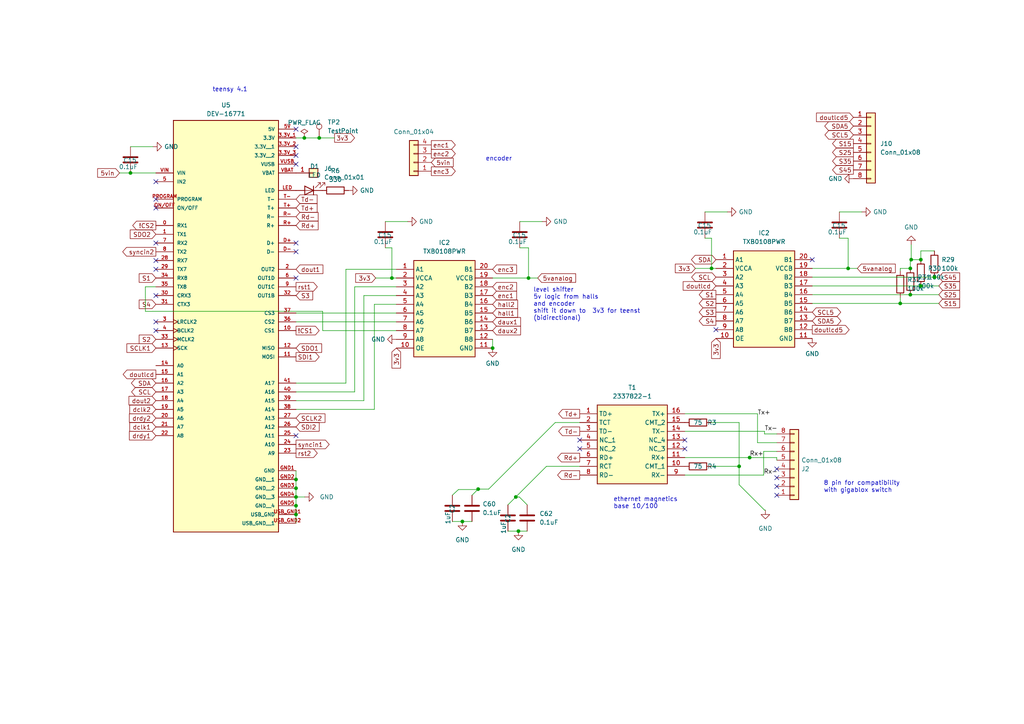
<source format=kicad_sch>
(kicad_sch (version 20230121) (generator eeschema)
  (paper "A4")
  (lib_symbols
    (symbol "BestMagnetic:HX1188FNLT"
      (property "Reference" "T" (at 26.67 7.62 0))
      (property "Value" "HX1188FNLT" (at 26.67 5.08 0))
      (symbol "HX1188FNLT_1_1"
        (rectangle (start 5.08 2.54) (end 25.4 -20.32) (stroke (width 0.254)) (fill (type background)))
        (pin passive line (at 0 0 0) (length 5.08) (name "TD+") (number "1"))
        (pin passive line (at 30.48 -15.24 180) (length 5.08) (name "CMT_1") (number "10"))
        (pin passive line (at 30.48 -12.7 180) (length 5.08) (name "RX+") (number "11"))
        (pin passive line (at 30.48 -10.16 180) (length 5.08) (name "NC_3") (number "12"))
        (pin passive line (at 30.48 -7.62 180) (length 5.08) (name "NC_4") (number "13"))
        (pin passive line (at 30.48 -5.08 180) (length 5.08) (name "TX-") (number "14"))
        (pin passive line (at 30.48 -2.54 180) (length 5.08) (name "CMT_2") (number "15"))
        (pin passive line (at 30.48 0 180) (length 5.08) (name "TX+") (number "16"))
        (pin passive line (at 0 -2.54 0) (length 5.08) (name "TCT") (number "2"))
        (pin passive line (at 0 -5.08 0) (length 5.08) (name "TD-") (number "3"))
        (pin passive line (at 0 -7.62 0) (length 5.08) (name "NC_1") (number "4"))
        (pin passive line (at 0 -10.16 0) (length 5.08) (name "NC_2") (number "5"))
        (pin passive line (at 0 -12.7 0) (length 5.08) (name "RD+") (number "6"))
        (pin passive line (at 0 -15.24 0) (length 5.08) (name "RCT") (number "7"))
        (pin passive line (at 0 -17.78 0) (length 5.08) (name "RD-") (number "8"))
        (pin passive line (at 30.48 -17.78 180) (length 5.08) (name "RX-") (number "9"))
      )
    )
    (symbol "Connector:TestPoint" (pin_numbers hide) (pin_names (offset 0.762) hide)
      (property "Reference" "TP" (at 0 6.858 0))
      (property "Value" "TestPoint" (at 0 5.08 0))
      (symbol "TestPoint_0_1"
        (circle (center 0 3.302) (radius 0.762))
      )
      (symbol "TestPoint_1_1"
        (pin passive line (at 0 0 90) (length 2.54) (name "1") (number "1"))
      )
    )
    (symbol "Connector_Generic:Conn_01x01" (pin_names (offset 1.016) hide)
      (property "Reference" "J" (at 0 2.54 0))
      (property "Value" "Conn_01x01" (at 0 -2.54 0))
      (symbol "Conn_01x01_1_1"
        (rectangle (start -1.27 0.127) (end 0 -0.127) (stroke (width 0.1524)))
        (rectangle (start -1.27 1.27) (end 1.27 -1.27) (stroke (width 0.254)) (fill (type background)))
        (pin passive line (at -5.08 0 0) (length 3.81) (name "Pin_1") (number "1"))
      )
    )
    (symbol "Connector_Generic:Conn_01x04" (pin_names (offset 1.016) hide)
      (property "Reference" "J" (at 0 5.08 0))
      (property "Value" "Conn_01x04" (at 0 -7.62 0))
      (symbol "Conn_01x04_1_1"
        (rectangle (start -1.27 -4.953) (end 0 -5.207) (stroke (width 0.1524)))
        (rectangle (start -1.27 -2.413) (end 0 -2.667) (stroke (width 0.1524)))
        (rectangle (start -1.27 0.127) (end 0 -0.127) (stroke (width 0.1524)))
        (rectangle (start -1.27 2.667) (end 0 2.413) (stroke (width 0.1524)))
        (rectangle (start -1.27 3.81) (end 1.27 -6.35) (stroke (width 0.254)) (fill (type background)))
        (pin passive line (at -5.08 2.54 0) (length 3.81) (name "Pin_1") (number "1"))
        (pin passive line (at -5.08 0 0) (length 3.81) (name "Pin_2") (number "2"))
        (pin passive line (at -5.08 -2.54 0) (length 3.81) (name "Pin_3") (number "3"))
        (pin passive line (at -5.08 -5.08 0) (length 3.81) (name "Pin_4") (number "4"))
      )
    )
    (symbol "Connector_Generic:Conn_01x08" (pin_names (offset 1.016) hide)
      (property "Reference" "J" (at 0 10.16 0))
      (property "Value" "Conn_01x08" (at 0 -12.7 0))
      (symbol "Conn_01x08_1_1"
        (rectangle (start -1.27 -10.033) (end 0 -10.287) (stroke (width 0.1524)))
        (rectangle (start -1.27 -7.493) (end 0 -7.747) (stroke (width 0.1524)))
        (rectangle (start -1.27 -4.953) (end 0 -5.207) (stroke (width 0.1524)))
        (rectangle (start -1.27 -2.413) (end 0 -2.667) (stroke (width 0.1524)))
        (rectangle (start -1.27 0.127) (end 0 -0.127) (stroke (width 0.1524)))
        (rectangle (start -1.27 2.667) (end 0 2.413) (stroke (width 0.1524)))
        (rectangle (start -1.27 5.207) (end 0 4.953) (stroke (width 0.1524)))
        (rectangle (start -1.27 7.747) (end 0 7.493) (stroke (width 0.1524)))
        (rectangle (start -1.27 8.89) (end 1.27 -11.43) (stroke (width 0.254)) (fill (type background)))
        (pin passive line (at -5.08 7.62 0) (length 3.81) (name "Pin_1") (number "1"))
        (pin passive line (at -5.08 5.08 0) (length 3.81) (name "Pin_2") (number "2"))
        (pin passive line (at -5.08 2.54 0) (length 3.81) (name "Pin_3") (number "3"))
        (pin passive line (at -5.08 0 0) (length 3.81) (name "Pin_4") (number "4"))
        (pin passive line (at -5.08 -2.54 0) (length 3.81) (name "Pin_5") (number "5"))
        (pin passive line (at -5.08 -5.08 0) (length 3.81) (name "Pin_6") (number "6"))
        (pin passive line (at -5.08 -7.62 0) (length 3.81) (name "Pin_7") (number "7"))
        (pin passive line (at -5.08 -10.16 0) (length 3.81) (name "Pin_8") (number "8"))
      )
    )
    (symbol "Device:C" (pin_numbers hide) (pin_names (offset 0.254))
      (property "Reference" "C" (at 0.635 2.54 0))
      (property "Value" "C" (at 0.635 -2.54 0))
      (symbol "C_0_1"
        (polyline (pts (xy -2.032 -0.762) (xy 2.032 -0.762)) (stroke (width 0.508)))
        (polyline (pts (xy -2.032 0.762) (xy 2.032 0.762)) (stroke (width 0.508)))
      )
      (symbol "C_1_1"
        (pin passive line (at 0 3.81 270) (length 2.794) (name "~") (number "1"))
        (pin passive line (at 0 -3.81 90) (length 2.794) (name "~") (number "2"))
      )
    )
    (symbol "Device:LED" (pin_numbers hide) (pin_names (offset 1.016) hide)
      (property "Reference" "D" (at 0 2.54 0))
      (property "Value" "LED" (at 0 -2.54 0))
      (symbol "LED_0_1"
        (polyline (pts (xy -1.27 -1.27) (xy -1.27 1.27)) (stroke (width 0.254)))
        (polyline (pts (xy -1.27 0) (xy 1.27 0)))
        (polyline (pts (xy 1.27 -1.27) (xy 1.27 1.27) (xy -1.27 0) (xy 1.27 -1.27)) (stroke (width 0.254)))
        (polyline (pts (xy -3.048 -0.762) (xy -4.572 -2.286) (xy -3.81 -2.286) (xy -4.572 -2.286) (xy -4.572 -1.524)))
        (polyline (pts (xy -1.778 -0.762) (xy -3.302 -2.286) (xy -2.54 -2.286) (xy -3.302 -2.286) (xy -3.302 -1.524)))
      )
      (symbol "LED_1_1"
        (pin passive line (at -3.81 0 0) (length 2.54) (name "K") (number "1"))
        (pin passive line (at 3.81 0 180) (length 2.54) (name "A") (number "2"))
      )
    )
    (symbol "Device:R" (pin_numbers hide) (pin_names (offset 0))
      (property "Reference" "R" (at 2.032 0 90))
      (property "Value" "R" (at 0 0 90))
      (symbol "R_0_1"
        (rectangle (start -1.016 -2.54) (end 1.016 2.54) (stroke (width 0.254)))
      )
      (symbol "R_1_1"
        (pin passive line (at 0 3.81 270) (length 1.27) (name "~") (number "1"))
        (pin passive line (at 0 -3.81 90) (length 1.27) (name "~") (number "2"))
      )
    )
    (symbol "mainbox:DEV-16771" (pin_names (offset 1.016))
      (property "Reference" "U5" (at 0 55.245 0))
      (property "Value" "DEV-16771" (at 0 52.705 0))
      (symbol "DEV-16771_0_0"
        (rectangle (start -15.24 -68.58) (end 15.24 50.8) (stroke (width 0.254)) (fill (type background)))
        (pin bidirectional line (at -20.32 20.32 0) (length 5.08) (name "RX1") (number "0"))
        (pin bidirectional line (at -20.32 17.78 0) (length 5.08) (name "TX1") (number "1"))
        (pin bidirectional line (at 20.32 -10.16 180) (length 5.08) (name "CS1") (number "10"))
        (pin bidirectional line (at 20.32 -17.78 180) (length 5.08) (name "MOSI") (number "11"))
        (pin bidirectional line (at 20.32 -15.24 180) (length 5.08) (name "MISO") (number "12"))
        (pin bidirectional clock (at -20.32 -15.24 0) (length 5.08) (name "SCK") (number "13"))
        (pin bidirectional line (at -20.32 -20.32 0) (length 5.08) (name "A0") (number "14"))
        (pin bidirectional line (at -20.32 -22.86 0) (length 5.08) (name "A1") (number "15"))
        (pin bidirectional line (at -20.32 -25.4 0) (length 5.08) (name "A2") (number "16"))
        (pin bidirectional line (at -20.32 -27.94 0) (length 5.08) (name "A3") (number "17"))
        (pin bidirectional line (at -20.32 -30.48 0) (length 5.08) (name "A4") (number "18"))
        (pin bidirectional line (at -20.32 -33.02 0) (length 5.08) (name "A5") (number "19"))
        (pin output line (at 20.32 7.62 180) (length 5.08) (name "OUT2") (number "2"))
        (pin bidirectional line (at -20.32 -35.56 0) (length 5.08) (name "A6") (number "20"))
        (pin bidirectional line (at -20.32 -38.1 0) (length 5.08) (name "A7") (number "21"))
        (pin bidirectional line (at -20.32 -40.64 0) (length 5.08) (name "A8") (number "22"))
        (pin bidirectional line (at 20.32 -45.72 180) (length 5.08) (name "A9") (number "23"))
        (pin bidirectional line (at 20.32 -43.18 180) (length 5.08) (name "A10") (number "24"))
        (pin bidirectional line (at 20.32 -40.64 180) (length 5.08) (name "A11") (number "25"))
        (pin bidirectional line (at 20.32 -38.1 180) (length 5.08) (name "A12") (number "26"))
        (pin bidirectional line (at 20.32 -35.56 180) (length 5.08) (name "A13") (number "27"))
        (pin bidirectional line (at -20.32 10.16 0) (length 5.08) (name "RX7") (number "28"))
        (pin bidirectional line (at -20.32 7.62 0) (length 5.08) (name "TX7") (number "29"))
        (pin bidirectional clock (at -20.32 -7.62 0) (length 5.08) (name "LRCLK2") (number "3"))
        (pin power_in line (at 20.32 45.72 180) (length 5.08) (name "3.3V") (number "3.3V_1"))
        (pin power_in line (at 20.32 43.18 180) (length 5.08) (name "3.3V__1") (number "3.3V_2"))
        (pin power_in line (at 20.32 40.64 180) (length 5.08) (name "3.3V__2") (number "3.3V_3"))
        (pin bidirectional line (at -20.32 0 0) (length 5.08) (name "CRX3") (number "30"))
        (pin bidirectional line (at -20.32 -2.54 0) (length 5.08) (name "CTX3") (number "31"))
        (pin output line (at 20.32 0 180) (length 5.08) (name "OUT1B") (number "32"))
        (pin bidirectional clock (at -20.32 -12.7 0) (length 5.08) (name "MCLK2") (number "33"))
        (pin bidirectional line (at -20.32 5.08 0) (length 5.08) (name "RX8") (number "34"))
        (pin bidirectional line (at -20.32 2.54 0) (length 5.08) (name "TX8") (number "35"))
        (pin bidirectional line (at 20.32 -7.62 180) (length 5.08) (name "CS2") (number "36"))
        (pin bidirectional line (at 20.32 -5.08 180) (length 5.08) (name "CS3") (number "37"))
        (pin bidirectional line (at 20.32 -33.02 180) (length 5.08) (name "A14") (number "38"))
        (pin bidirectional line (at 20.32 -30.48 180) (length 5.08) (name "A15") (number "39"))
        (pin bidirectional clock (at -20.32 -10.16 0) (length 5.08) (name "BCLK2") (number "4"))
        (pin bidirectional line (at 20.32 -27.94 180) (length 5.08) (name "A16") (number "40"))
        (pin bidirectional line (at 20.32 -25.4 180) (length 5.08) (name "A17") (number "41"))
        (pin bidirectional line (at -20.32 33.02 0) (length 5.08) (name "IN2") (number "5"))
        (pin power_in line (at 20.32 48.26 180) (length 5.08) (name "5V") (number "5V"))
        (pin output line (at 20.32 5.08 180) (length 5.08) (name "OUT1D") (number "6"))
        (pin bidirectional line (at -20.32 15.24 0) (length 5.08) (name "RX2") (number "7"))
        (pin bidirectional line (at -20.32 12.7 0) (length 5.08) (name "TX2") (number "8"))
        (pin output line (at 20.32 2.54 180) (length 5.08) (name "OUT1C") (number "9"))
        (pin bidirectional line (at 20.32 15.24 180) (length 5.08) (name "D+") (number "D+"))
        (pin bidirectional line (at 20.32 12.7 180) (length 5.08) (name "D-") (number "D-"))
        (pin power_in line (at 20.32 -50.8 180) (length 5.08) (name "GND") (number "GND1"))
        (pin power_in line (at 20.32 -53.34 180) (length 5.08) (name "GND__1") (number "GND2"))
        (pin power_in line (at 20.32 -55.88 180) (length 5.08) (name "GND__2") (number "GND3"))
        (pin power_in line (at 20.32 -58.42 180) (length 5.08) (name "GND__3") (number "GND4"))
        (pin power_in line (at 20.32 -60.96 180) (length 5.08) (name "GND__4") (number "GND5"))
        (pin bidirectional line (at 20.32 30.48 180) (length 5.08) (name "LED") (number "LED"))
        (pin bidirectional line (at -20.32 25.4 0) (length 5.08) (name "ON/OFF") (number "ON/OFF"))
        (pin bidirectional line (at -20.32 27.94 0) (length 5.08) (name "PROGRAM") (number "PROGRAM"))
        (pin bidirectional line (at 20.32 20.32 180) (length 5.08) (name "R+") (number "R+"))
        (pin bidirectional line (at 20.32 22.86 180) (length 5.08) (name "R-") (number "R-"))
        (pin bidirectional line (at 20.32 25.4 180) (length 5.08) (name "T+") (number "T+"))
        (pin bidirectional line (at 20.32 27.94 180) (length 5.08) (name "T-") (number "T-"))
        (pin power_in line (at 20.32 -63.5 180) (length 5.08) (name "USB_GND") (number "USB_GND1"))
        (pin power_in line (at 20.32 -66.04 180) (length 5.08) (name "USB_GND__1") (number "USB_GND2"))
        (pin passive line (at 20.32 35.56 180) (length 5.08) (name "VBAT") (number "VBAT"))
        (pin input line (at -20.32 35.56 0) (length 5.08) (name "VIN") (number "VIN"))
        (pin passive line (at 20.32 38.1 180) (length 5.08) (name "VUSB") (number "VUSB"))
      )
    )
    (symbol "mainbox:TXB0108PWR"
      (property "Reference" "IC" (at 24.13 7.62 0))
      (property "Value" "TXB0108PWR" (at 24.13 5.08 0))
      (symbol "TXB0108PWR_1_1"
        (rectangle (start 5.08 2.54) (end 22.86 -25.4) (stroke (width 0.254)) (fill (type background)))
        (pin passive line (at 0 0 0) (length 5.08) (name "A1") (number "1"))
        (pin passive line (at 0 -22.86 0) (length 5.08) (name "OE") (number "10"))
        (pin passive line (at 27.94 -22.86 180) (length 5.08) (name "GND") (number "11"))
        (pin passive line (at 27.94 -20.32 180) (length 5.08) (name "B8") (number "12"))
        (pin passive line (at 27.94 -17.78 180) (length 5.08) (name "B7") (number "13"))
        (pin passive line (at 27.94 -15.24 180) (length 5.08) (name "B6") (number "14"))
        (pin passive line (at 27.94 -12.7 180) (length 5.08) (name "B5") (number "15"))
        (pin passive line (at 27.94 -10.16 180) (length 5.08) (name "B4") (number "16"))
        (pin passive line (at 27.94 -7.62 180) (length 5.08) (name "B3") (number "17"))
        (pin passive line (at 27.94 -5.08 180) (length 5.08) (name "B2") (number "18"))
        (pin passive line (at 27.94 -2.54 180) (length 5.08) (name "VCCB") (number "19"))
        (pin passive line (at 0 -2.54 0) (length 5.08) (name "VCCA") (number "2"))
        (pin passive line (at 27.94 0 180) (length 5.08) (name "B1") (number "20"))
        (pin passive line (at 0 -5.08 0) (length 5.08) (name "A2") (number "3"))
        (pin passive line (at 0 -7.62 0) (length 5.08) (name "A3") (number "4"))
        (pin passive line (at 0 -10.16 0) (length 5.08) (name "A4") (number "5"))
        (pin passive line (at 0 -12.7 0) (length 5.08) (name "A5") (number "6"))
        (pin passive line (at 0 -15.24 0) (length 5.08) (name "A6") (number "7"))
        (pin passive line (at 0 -17.78 0) (length 5.08) (name "A7") (number "8"))
        (pin passive line (at 0 -20.32 0) (length 5.08) (name "A8") (number "9"))
      )
    )
    (symbol "power:GND" (power) (pin_names (offset 0))
      (property "Value" "GND" (at 0 -3.81 0))
      (symbol "GND_0_1"
        (polyline (pts (xy 0 0) (xy 0 -1.27) (xy 1.27 -1.27) (xy 0 -2.54) (xy -1.27 -1.27) (xy 0 -1.27)))
      )
      (symbol "GND_1_1"
        (pin power_in line (at 0 0 270) (length 0) hide (name "GND") (number "1"))
      )
    )
    (symbol "power:PWR_FLAG" (power) (pin_numbers hide) (pin_names (offset 0) hide)
      (property "Value" "PWR_FLAG" (at 0 3.81 0))
      (symbol "PWR_FLAG_0_0"
        (pin power_out line (at 0 0 90) (length 0) (name "pwr") (number "1"))
      )
      (symbol "PWR_FLAG_0_1"
        (polyline (pts (xy 0 0) (xy 0 1.27) (xy -1.016 1.905) (xy 0 2.54) (xy 1.016 1.905) (xy 0 1.27)))
      )
    )
  )
  (junction (at 267.081 75.311))
  (junction (at 138.684 141.859))
  (junction (at 92.583 40.005))
  (junction (at 85.852 146.685))
  (junction (at 85.852 141.605))
  (junction (at 214.376 135.255))
  (junction (at 206.375 77.851))
  (junction (at 271.018 80.391))
  (junction (at 261.112 88.011))
  (junction (at 153.289 80.645))
  (junction (at 267.081 82.931))
  (junction (at 264.033 85.471))
  (junction (at 264.287 75.311))
  (junction (at 149.606 144.145))
  (junction (at 245.999 77.851))
  (junction (at 85.852 139.065))
  (junction (at 85.852 144.145))
  (junction (at 37.846 50.165))
  (junction (at 264.033 77.851))
  (junction (at 150.368 154.051))
  (junction (at 113.665 80.645))
  (junction (at 88.265 40.005))
  (junction (at 85.852 149.225))
  (junction (at 217.424 132.715))
  (junction (at 142.875 100.965))
  (junction (at 134.112 151.257))
  (no_connect (at 225.298 136.017))
  (no_connect (at 45.212 57.785))
  (no_connect (at 45.212 85.725))
  (no_connect (at 85.852 70.485))
  (no_connect (at 85.852 73.025))
  (no_connect (at 45.212 78.105))
  (no_connect (at 85.852 37.465))
  (no_connect (at 235.585 75.311))
  (no_connect (at 168.148 127.635))
  (no_connect (at 45.212 95.885))
  (no_connect (at 168.148 130.175))
  (no_connect (at 207.645 95.631))
  (no_connect (at 198.628 130.175))
  (no_connect (at 85.852 42.545))
  (no_connect (at 225.298 141.097))
  (no_connect (at 45.212 75.565))
  (no_connect (at 45.212 70.485))
  (no_connect (at 85.852 80.645))
  (no_connect (at 45.212 52.705))
  (no_connect (at 198.628 127.635))
  (no_connect (at 225.298 138.557))
  (no_connect (at 85.852 126.365))
  (no_connect (at 225.298 143.637))
  (no_connect (at 45.212 60.325))
  (no_connect (at 45.212 93.345))
  (no_connect (at 85.852 45.085))
  (no_connect (at 85.852 47.625))
  (wire (pts (xy 217.424 132.588) (xy 217.424 132.715)))
  (wire (pts (xy 198.628 132.715) (xy 217.424 132.715)))
  (wire (pts (xy 93.599 90.297) (xy 42.164 90.297)))
  (wire (pts (xy 267.081 82.931) (xy 272.288 82.931)))
  (wire (pts (xy 271.018 80.391) (xy 272.288 80.391)))
  (wire (pts (xy 264.033 75.311) (xy 264.287 75.311)))
  (wire (pts (xy 114.935 83.185) (xy 102.87 83.185)))
  (wire (pts (xy 198.628 137.795) (xy 221.488 137.795)))
  (wire (pts (xy 131.191 151.257) (xy 134.112 151.257)))
  (wire (pts (xy 221.488 130.937) (xy 225.298 130.937)))
  (wire (pts (xy 261.112 88.011) (xy 272.288 88.011)))
  (wire (pts (xy 138.684 141.859) (xy 136.906 143.637)))
  (wire (pts (xy 45.212 83.185) (xy 42.164 83.185)))
  (wire (pts (xy 225.298 125.857) (xy 221.742 125.857)))
  (wire (pts (xy 142.875 80.645) (xy 153.289 80.645)))
  (wire (pts (xy 147.32 146.431) (xy 149.606 144.145)))
  (wire (pts (xy 261.112 77.851) (xy 264.033 77.851)))
  (wire (pts (xy 206.375 77.851) (xy 207.645 77.851)))
  (wire (pts (xy 150.749 71.882) (xy 153.289 71.882)))
  (wire (pts (xy 219.71 128.397) (xy 225.298 128.397)))
  (wire (pts (xy 221.742 125.095) (xy 198.628 125.095)))
  (wire (pts (xy 97.028 40.005) (xy 92.583 40.005)))
  (wire (pts (xy 214.376 122.555) (xy 214.376 135.255)))
  (wire (pts (xy 243.459 61.468) (xy 249.936 61.468)))
  (wire (pts (xy 102.87 83.185) (xy 102.87 113.665)))
  (wire (pts (xy 245.999 77.851) (xy 245.999 69.088)))
  (wire (pts (xy 221.742 125.095) (xy 221.742 125.857)))
  (wire (pts (xy 153.289 80.645) (xy 155.956 80.645)))
  (wire (pts (xy 111.76 71.882) (xy 113.665 71.882)))
  (wire (pts (xy 168.148 122.555) (xy 161.036 122.555)))
  (wire (pts (xy 204.47 69.088) (xy 206.375 69.088)))
  (wire (pts (xy 221.742 147.955) (xy 221.996 147.955)))
  (wire (pts (xy 132.969 141.986) (xy 138.684 141.986)))
  (wire (pts (xy 235.585 77.851) (xy 245.999 77.851)))
  (wire (pts (xy 235.585 82.931) (xy 267.081 82.931)))
  (wire (pts (xy 85.852 136.525) (xy 85.852 139.065)))
  (wire (pts (xy 198.628 120.015) (xy 219.71 120.015)))
  (wire (pts (xy 264.287 70.993) (xy 264.287 75.311)))
  (wire (pts (xy 245.999 77.851) (xy 248.666 77.851)))
  (wire (pts (xy 142.875 98.425) (xy 142.875 100.965)))
  (wire (pts (xy 34.671 50.165) (xy 37.846 50.165)))
  (wire (pts (xy 214.376 140.589) (xy 221.742 147.955)))
  (wire (pts (xy 147.32 154.051) (xy 150.368 154.051)))
  (wire (pts (xy 138.684 141.986) (xy 138.684 141.859)))
  (wire (pts (xy 206.375 77.851) (xy 206.375 69.088)))
  (wire (pts (xy 100.33 111.125) (xy 85.852 111.125)))
  (wire (pts (xy 114.935 88.265) (xy 108.585 88.265)))
  (wire (pts (xy 138.684 141.859) (xy 141.732 141.859)))
  (wire (pts (xy 42.164 83.185) (xy 42.164 90.297)))
  (wire (pts (xy 141.732 141.859) (xy 161.036 122.555)))
  (wire (pts (xy 149.606 144.145) (xy 158.496 135.255)))
  (wire (pts (xy 92.583 40.005) (xy 88.265 40.005)))
  (wire (pts (xy 37.846 50.165) (xy 45.212 50.165)))
  (wire (pts (xy 217.424 132.715) (xy 225.298 132.715)))
  (wire (pts (xy 243.459 69.088) (xy 245.999 69.088)))
  (wire (pts (xy 134.112 151.257) (xy 136.906 151.257)))
  (wire (pts (xy 214.376 135.255) (xy 214.376 140.589)))
  (wire (pts (xy 113.665 80.645) (xy 114.935 80.645)))
  (wire (pts (xy 235.585 85.471) (xy 264.033 85.471)))
  (wire (pts (xy 264.033 85.471) (xy 272.288 85.471)))
  (wire (pts (xy 85.852 149.225) (xy 85.852 151.765)))
  (wire (pts (xy 235.585 88.011) (xy 261.112 88.011)))
  (wire (pts (xy 105.537 116.205) (xy 85.852 116.205)))
  (wire (pts (xy 267.081 75.311) (xy 267.081 72.771)))
  (wire (pts (xy 85.852 144.145) (xy 88.392 144.145)))
  (wire (pts (xy 100.33 78.105) (xy 100.33 111.125)))
  (wire (pts (xy 153.289 80.645) (xy 153.289 71.882)))
  (wire (pts (xy 225.298 132.715) (xy 225.298 133.477)))
  (wire (pts (xy 235.585 80.391) (xy 271.018 80.391)))
  (wire (pts (xy 85.852 139.065) (xy 85.852 141.605)))
  (wire (pts (xy 114.935 95.885) (xy 93.599 95.885)))
  (wire (pts (xy 267.081 72.771) (xy 271.018 72.771)))
  (wire (pts (xy 105.537 85.725) (xy 105.537 116.205)))
  (wire (pts (xy 88.265 40.005) (xy 85.852 40.005)))
  (wire (pts (xy 85.852 144.145) (xy 85.852 146.685)))
  (wire (pts (xy 85.852 90.805) (xy 114.935 90.805)))
  (wire (pts (xy 114.935 78.105) (xy 100.33 78.105)))
  (wire (pts (xy 261.112 86.233) (xy 261.112 88.011)))
  (wire (pts (xy 204.47 61.468) (xy 210.947 61.468)))
  (wire (pts (xy 150.368 154.051) (xy 152.908 154.051)))
  (wire (pts (xy 150.749 64.262) (xy 157.226 64.262)))
  (wire (pts (xy 132.969 141.986) (xy 131.191 143.637)))
  (wire (pts (xy 219.71 120.015) (xy 219.71 128.397)))
  (wire (pts (xy 264.287 75.311) (xy 267.081 75.311)))
  (wire (pts (xy 108.585 88.265) (xy 108.585 118.745)))
  (wire (pts (xy 221.488 137.795) (xy 221.488 130.937)))
  (wire (pts (xy 102.87 113.665) (xy 85.852 113.665)))
  (wire (pts (xy 149.606 144.145) (xy 150.622 144.145)))
  (wire (pts (xy 150.622 144.145) (xy 152.908 146.431)))
  (wire (pts (xy 113.665 80.645) (xy 113.665 71.882)))
  (wire (pts (xy 168.148 135.255) (xy 158.496 135.255)))
  (wire (pts (xy 93.599 95.885) (xy 93.599 90.297)))
  (wire (pts (xy 261.112 78.613) (xy 261.112 77.851)))
  (wire (pts (xy 108.585 118.745) (xy 85.852 118.745)))
  (wire (pts (xy 108.966 80.645) (xy 113.665 80.645)))
  (wire (pts (xy 85.852 141.605) (xy 85.852 144.145)))
  (wire (pts (xy 114.935 85.725) (xy 105.537 85.725)))
  (wire (pts (xy 201.676 77.851) (xy 206.375 77.851)))
  (wire (pts (xy 85.852 146.685) (xy 85.852 149.225)))
  (wire (pts (xy 206.248 135.255) (xy 214.376 135.255)))
  (wire (pts (xy 264.033 77.851) (xy 264.033 75.311)))
  (wire (pts (xy 37.846 42.545) (xy 44.323 42.545)))
  (wire (pts (xy 111.76 64.262) (xy 118.237 64.262)))
  (wire (pts (xy 85.852 93.345) (xy 114.935 93.345)))
  (wire (pts (xy 206.248 122.555) (xy 214.376 122.555)))
  (text "encoder" (at 140.843 46.863 0) (effects (font (size 1.27 1.27)) (justify left bottom)))
  (text "level shifter\n5v logic from halls\nand encoder\nshift it down to  3v3 for teenst\n(bidirectional)" (at 154.686 93.091 0) (effects (font (size 1.27 1.27)) (justify left bottom)))
  (text "8 pin for compatibility\nwith gigablox switch" (at 238.887 143.002 0) (effects (font (size 1.27 1.27)) (justify left bottom)))
  (text "teensy 4.1" (at 61.595 26.797 0) (effects (font (size 1.27 1.27)) (justify left bottom)))
  (text "ethernet magnetics\nbase 10/100" (at 177.927 147.701 0) (effects (font (size 1.27 1.27)) (justify left bottom)))
  (label "Rx+" (at 217.424 132.588 0))
  (label "Tx+" (at 219.71 120.65 0))
  (label "Tx-" (at 221.742 125.222 0))
  (label "Rx-" (at 221.488 137.795 0))
  (global_label "Td+" (shape output) (at 168.148 120.015 180) (property "Intersheetrefs" "${INTERSHEET_REFS}" (effects hide)))
  (global_label "daux2" (shape input) (at 142.875 95.885 0) (property "Intersheetrefs" "${INTERSHEET_REFS}" (effects hide)))
  (global_label "S3" (shape output) (at 207.645 90.551 180) (property "Intersheetrefs" "${INTERSHEET_REFS}" (effects hide)))
  (global_label "SDA5" (shape bidirectional) (at 247.523 36.576 180) (property "Intersheetrefs" "${INTERSHEET_REFS}" (effects hide)))
  (global_label "SDO1" (shape input) (at 85.852 100.965 0) (property "Intersheetrefs" "${INTERSHEET_REFS}" (effects hide)))
  (global_label "SDO2" (shape input) (at 45.212 67.945 180) (property "Intersheetrefs" "${INTERSHEET_REFS}" (effects hide)))
  (global_label "S4" (shape input) (at 45.212 88.265 180) (property "Intersheetrefs" "${INTERSHEET_REFS}" (effects hide)))
  (global_label "SCL" (shape bidirectional) (at 45.212 113.665 180) (property "Intersheetrefs" "${INTERSHEET_REFS}" (effects hide)))
  (global_label "S25" (shape input) (at 272.288 85.471 0) (property "Intersheetrefs" "${INTERSHEET_REFS}" (effects hide)))
  (global_label "SDA5" (shape bidirectional) (at 235.585 93.091 0) (property "Intersheetrefs" "${INTERSHEET_REFS}" (effects hide)))
  (global_label "doutlcd5" (shape output) (at 235.585 95.631 0) (property "Intersheetrefs" "${INTERSHEET_REFS}" (effects hide)))
  (global_label "hall2" (shape input) (at 142.875 88.265 0) (property "Intersheetrefs" "${INTERSHEET_REFS}" (effects hide)))
  (global_label "daux1" (shape input) (at 142.875 93.345 0) (property "Intersheetrefs" "${INTERSHEET_REFS}" (effects hide)))
  (global_label "dclk2" (shape input) (at 45.212 118.745 180) (property "Intersheetrefs" "${INTERSHEET_REFS}" (effects hide)))
  (global_label "doutlcd" (shape input) (at 207.645 82.931 180) (property "Intersheetrefs" "${INTERSHEET_REFS}" (effects hide)))
  (global_label "5vin" (shape input) (at 125.095 47.117 0) (property "Intersheetrefs" "${INTERSHEET_REFS}" (effects hide)))
  (global_label "dout2" (shape input) (at 45.212 116.205 180) (property "Intersheetrefs" "${INTERSHEET_REFS}" (effects hide)))
  (global_label "SDI2" (shape input) (at 85.852 123.825 0) (property "Intersheetrefs" "${INTERSHEET_REFS}" (effects hide)))
  (global_label "SDI1" (shape output) (at 85.852 103.505 0) (property "Intersheetrefs" "${INTERSHEET_REFS}" (effects hide)))
  (global_label "Td-" (shape output) (at 168.148 125.095 180) (property "Intersheetrefs" "${INTERSHEET_REFS}" (effects hide)))
  (global_label "5vanalog" (shape input) (at 248.666 77.851 0) (property "Intersheetrefs" "${INTERSHEET_REFS}" (effects hide)))
  (global_label "SCL5" (shape bidirectional) (at 235.585 90.551 0) (property "Intersheetrefs" "${INTERSHEET_REFS}" (effects hide)))
  (global_label "enc2" (shape input) (at 142.875 83.185 0) (property "Intersheetrefs" "${INTERSHEET_REFS}" (effects hide)))
  (global_label "S1" (shape input) (at 45.212 80.645 180) (property "Intersheetrefs" "${INTERSHEET_REFS}" (effects hide)))
  (global_label "S2" (shape output) (at 207.645 88.011 180) (property "Intersheetrefs" "${INTERSHEET_REFS}" (effects hide)))
  (global_label "SDA" (shape bidirectional) (at 207.645 75.311 180) (property "Intersheetrefs" "${INTERSHEET_REFS}" (effects hide)))
  (global_label "rst1" (shape output) (at 85.852 83.185 0) (property "Intersheetrefs" "${INTERSHEET_REFS}" (effects hide)))
  (global_label "S3" (shape input) (at 85.852 85.725 0) (property "Intersheetrefs" "${INTERSHEET_REFS}" (effects hide)))
  (global_label "S15" (shape input) (at 272.288 88.011 0) (property "Intersheetrefs" "${INTERSHEET_REFS}" (effects hide)))
  (global_label "S45" (shape output) (at 247.523 49.276 180) (property "Intersheetrefs" "${INTERSHEET_REFS}" (effects hide)))
  (global_label "3v3" (shape output) (at 97.028 40.005 0) (property "Intersheetrefs" "${INTERSHEET_REFS}" (effects hide)))
  (global_label "SDA" (shape bidirectional) (at 45.212 111.125 180) (property "Intersheetrefs" "${INTERSHEET_REFS}" (effects hide)))
  (global_label "SCLK2" (shape input) (at 85.852 121.285 0) (property "Intersheetrefs" "${INTERSHEET_REFS}" (effects hide)))
  (global_label "drdy1" (shape input) (at 45.212 126.365 180) (property "Intersheetrefs" "${INTERSHEET_REFS}" (effects hide)))
  (global_label "enc3" (shape input) (at 142.875 78.105 0) (property "Intersheetrefs" "${INTERSHEET_REFS}" (effects hide)))
  (global_label "Td+" (shape input) (at 85.852 60.325 0) (property "Intersheetrefs" "${INTERSHEET_REFS}" (effects hide)))
  (global_label "S35" (shape input) (at 272.288 82.931 0) (property "Intersheetrefs" "${INTERSHEET_REFS}" (effects hide)))
  (global_label "syncin2" (shape output) (at 45.212 73.025 180) (property "Intersheetrefs" "${INTERSHEET_REFS}" (effects hide)))
  (global_label "Rd-" (shape input) (at 85.852 62.865 0) (property "Intersheetrefs" "${INTERSHEET_REFS}" (effects hide)))
  (global_label "hall1" (shape input) (at 142.875 90.805 0) (property "Intersheetrefs" "${INTERSHEET_REFS}" (effects hide)))
  (global_label "dclk1" (shape input) (at 45.212 123.825 180) (property "Intersheetrefs" "${INTERSHEET_REFS}" (effects hide)))
  (global_label "Rd+" (shape input) (at 85.852 65.405 0) (property "Intersheetrefs" "${INTERSHEET_REFS}" (effects hide)))
  (global_label "dout1" (shape input) (at 85.852 78.105 0) (property "Intersheetrefs" "${INTERSHEET_REFS}" (effects hide)))
  (global_label "Rd+" (shape output) (at 168.148 132.715 180) (property "Intersheetrefs" "${INTERSHEET_REFS}" (effects hide)))
  (global_label "doutlcd" (shape output) (at 45.212 108.585 180) (property "Intersheetrefs" "${INTERSHEET_REFS}" (effects hide)))
  (global_label "enc2" (shape output) (at 125.095 44.577 0) (property "Intersheetrefs" "${INTERSHEET_REFS}" (effects hide)))
  (global_label "5vanalog" (shape input) (at 155.956 80.645 0) (property "Intersheetrefs" "${INTERSHEET_REFS}" (effects hide)))
  (global_label "S45" (shape input) (at 272.288 80.391 0) (property "Intersheetrefs" "${INTERSHEET_REFS}" (effects hide)))
  (global_label "5vin" (shape input) (at 34.671 50.165 180) (property "Intersheetrefs" "${INTERSHEET_REFS}" (effects hide)))
  (global_label "drdy2" (shape input) (at 45.212 121.285 180) (property "Intersheetrefs" "${INTERSHEET_REFS}" (effects hide)))
  (global_label "S15" (shape output) (at 247.523 41.656 180) (property "Intersheetrefs" "${INTERSHEET_REFS}" (effects hide)))
  (global_label "3v3" (shape input) (at 114.935 100.965 270) (property "Intersheetrefs" "${INTERSHEET_REFS}" (effects hide)))
  (global_label "rst2" (shape output) (at 85.852 131.445 0) (property "Intersheetrefs" "${INTERSHEET_REFS}" (effects hide)))
  (global_label "S4" (shape output) (at 207.645 93.091 180) (property "Intersheetrefs" "${INTERSHEET_REFS}" (effects hide)))
  (global_label "3v3" (shape input) (at 201.676 77.851 180) (property "Intersheetrefs" "${INTERSHEET_REFS}" (effects hide)))
  (global_label "SCL" (shape bidirectional) (at 207.645 80.391 180) (property "Intersheetrefs" "${INTERSHEET_REFS}" (effects hide)))
  (global_label "enc3" (shape output) (at 125.095 49.657 0) (property "Intersheetrefs" "${INTERSHEET_REFS}" (effects hide)))
  (global_label "S1" (shape output) (at 207.645 85.471 180) (property "Intersheetrefs" "${INTERSHEET_REFS}" (effects hide)))
  (global_label "3v3" (shape input) (at 108.966 80.645 180) (property "Intersheetrefs" "${INTERSHEET_REFS}" (effects hide)))
  (global_label "!CS1" (shape output) (at 85.852 95.885 0) (property "Intersheetrefs" "${INTERSHEET_REFS}" (effects hide)))
  (global_label "S35" (shape output) (at 247.523 46.736 180) (property "Intersheetrefs" "${INTERSHEET_REFS}" (effects hide)))
  (global_label "Td-" (shape input) (at 85.852 57.785 0) (property "Intersheetrefs" "${INTERSHEET_REFS}" (effects hide)))
  (global_label "enc1" (shape output) (at 125.095 42.037 0) (property "Intersheetrefs" "${INTERSHEET_REFS}" (effects hide)))
  (global_label "SCL5" (shape bidirectional) (at 247.523 39.116 180) (property "Intersheetrefs" "${INTERSHEET_REFS}" (effects hide)))
  (global_label "S25" (shape output) (at 247.523 44.196 180) (property "Intersheetrefs" "${INTERSHEET_REFS}" (effects hide)))
  (global_label "syncin1" (shape output) (at 85.852 128.905 0) (property "Intersheetrefs" "${INTERSHEET_REFS}" (effects hide)))
  (global_label "doutlcd5" (shape input) (at 247.523 34.036 180) (property "Intersheetrefs" "${INTERSHEET_REFS}" (effects hide)))
  (global_label "enc1" (shape input) (at 142.875 85.725 0) (property "Intersheetrefs" "${INTERSHEET_REFS}" (effects hide)))
  (global_label "SCLK1" (shape input) (at 45.212 100.965 180) (property "Intersheetrefs" "${INTERSHEET_REFS}" (effects hide)))
  (global_label "3v3" (shape input) (at 207.645 98.171 270) (property "Intersheetrefs" "${INTERSHEET_REFS}" (effects hide)))
  (global_label "!CS2" (shape output) (at 45.212 65.405 180) (property "Intersheetrefs" "${INTERSHEET_REFS}" (effects hide)))
  (global_label "Rd-" (shape output) (at 168.148 137.795 180) (property "Intersheetrefs" "${INTERSHEET_REFS}" (effects hide)))
  (global_label "S2" (shape input) (at 45.212 98.425 180) (property "Intersheetrefs" "${INTERSHEET_REFS}" (effects hide)))
  (symbol (lib_id "Device:R") (at 264.033 81.661 0) (unit 1)
    (property "Reference" "R31" (at 266.065 80.391 0) (effects (justify left)))
    (property "Value" "100k" (at 266.065 82.931 0) (effects (justify left)))
    (property "Footprint" "Resistor_SMD:R_0603_1608Metric" (effects hide))
  )
  (symbol (lib_id "Device:C") (at 131.191 147.447 180) (unit 1)
    (property "Reference" "C2" (at 131.191 147.574 90))
    (property "Value" "1uF" (at 129.921 150.241 90))
    (property "Footprint" "Capacitor_SMD:C_0603_1608Metric" (effects hide))
    (instances (project "AD7768_breakout" (path "" (reference "C2") (unit 1))) (project "mainbox" (path "" (reference "C53") (unit 1)) (path "" (reference "C7") (unit 1))))
  )
  (symbol (lib_id "power:GND") (at 142.875 100.965 0) (unit 1)
    (property "Reference" "#PWR010" (effects hide))
    (property "Value" "GND" (at 142.875 105.41 0))
  )
  (symbol (lib_id "Device:LED") (at 89.662 55.245 180) (unit 1)
    (property "Reference" "D1" (at 91.2495 48.26 0))
    (property "Value" "LED" (at 91.2495 50.8 0))
    (property "Footprint" "LED_SMD:LED_0603_1608Metric" (effects hide))
  )
  (symbol (lib_id "Device:R") (at 267.081 79.121 0) (unit 1)
    (property "Reference" "R30" (at 269.113 77.851 0) (effects (justify left)))
    (property "Value" "100k" (at 269.113 80.391 0) (effects (justify left)))
    (property "Footprint" "Resistor_SMD:R_0603_1608Metric" (effects hide))
  )
  (symbol (lib_id "Connector_Generic:Conn_01x01") (at 90.932 50.165 0) (unit 1)
    (property "Reference" "J6" (at 93.98 48.895 0) (effects (justify left)))
    (property "Value" "Conn_01x01" (at 93.98 51.435 0) (effects (justify left)))
    (property "Footprint" "Connector_PinHeader_2.54mm:PinHeader_1x01_P2.54mm_Vertical" (effects hide))
  )
  (symbol (lib_id "power:GND") (at 114.935 98.425 270) (unit 1)
    (property "Reference" "#PWR016" (effects hide))
    (property "Value" "GND" (at 111.76 98.425 90) (effects (justify right)))
  )
  (symbol (lib_id "power:GND") (at 247.523 51.816 270) (unit 1)
    (property "Reference" "#PWR016" (effects hide))
    (property "Value" "GND" (at 244.348 51.816 90) (effects (justify right)))
    (instances (project "AD7768_breakout" (path "" (reference "#PWR016") (unit 1))) (project "mainbox" (path "" (reference "#PWR05") (unit 1)) (path "" (reference "#PWR0100") (unit 1))))
  )
  (symbol (lib_id "Device:R") (at 261.112 82.423 0) (unit 1)
    (property "Reference" "R32" (at 263.144 81.153 0) (effects (justify left)))
    (property "Value" "100k" (at 263.144 83.693 0) (effects (justify left)))
    (property "Footprint" "Resistor_SMD:R_0603_1608Metric" (effects hide))
  )
  (symbol (lib_id "mainbox:TXB0108PWR") (at 207.645 75.311 0) (unit 1)
    (property "Reference" "IC2" (at 221.615 67.564 0))
    (property "Value" "TXB0108PWR" (at 221.615 70.104 0))
    (property "Footprint" "mainboxfp:SOP65P640X120-20N" (effects hide))
    (property "Datasheet" "http://www.ti.com/lit/ds/symlink/txb0108.pdf" (effects hide))
    (property "Height" "1.2" (effects hide))
    (property "Mouser Part Number" "595-TXB0108PWR" (effects hide))
    (property "Mouser Price/Stock" "https://www.mouser.co.uk/ProductDetail/Texas-Instruments/TXB0108PWR?qs=oFXvjAmG9EgEUWGWzOVFCA%3D%3D" (effects hide))
    (property "Manufacturer_Name" "Texas Instruments" (effects hide))
    (property "Manufacturer_Part_Number" "TXB0108PWR" (effects hide))
    (instances (project "mainbox" (path "" (reference "IC2") (unit 1)) (path "" (reference "IC1") (unit 1))))
  )
  (symbol (lib_id "Device:R") (at 202.438 135.255 90) (unit 1)
    (property "Reference" "R4" (at 206.502 135.255 90))
    (property "Value" "75" (at 202.438 135.255 90))
    (property "Footprint" "Resistor_SMD:R_0603_1608Metric" (effects hide))
    (instances (project "mainbox" (path "" (reference "R4") (unit 1))) (project "Magnetic" (path "" (reference "R2") (unit 1))))
  )
  (symbol (lib_id "power:GND") (at 101.092 55.245 90) (unit 1)
    (property "Reference" "#PWR016" (effects hide))
    (property "Value" "GND" (at 104.394 55.245 90) (effects (justify right)))
    (instances (project "AD7768_breakout" (path "" (reference "#PWR016") (unit 1))) (project "mainbox" (path "" (reference "#PWR05") (unit 1)) (path "" (reference "#PWR047") (unit 1))))
  )
  (symbol (lib_id "Device:C") (at 136.906 147.447 0) (unit 1)
    (property "Reference" "C60" (at 139.954 146.177 0) (effects (justify left)))
    (property "Value" "0.1uF" (at 139.954 148.717 0) (effects (justify left)))
    (property "Footprint" "Capacitor_SMD:C_0603_1608Metric" (effects hide))
    (instances (project "mainbox" (path "" (reference "C60") (unit 1))) (project "Magnetic" (path "" (reference "C4") (unit 1))))
  )
  (symbol (lib_id "Device:C") (at 243.459 65.278 180) (unit 1)
    (property "Reference" "C15" (at 243.332 65.405 0))
    (property "Value" "0.1uF" (at 242.824 67.31 0))
    (property "Footprint" "Capacitor_SMD:C_0603_1608Metric" (effects hide))
    (instances (project "AD7768_breakout" (path "" (reference "C15") (unit 1))) (project "mainbox" (path "" (reference "C2") (unit 1)) (path "" (reference "C51") (unit 1))))
  )
  (symbol (lib_id "power:GND") (at 118.237 64.262 90) (unit 1)
    (property "Reference" "#PWR016" (effects hide))
    (property "Value" "GND" (at 121.539 64.262 90) (effects (justify right)))
    (instances (project "AD7768_breakout" (path "" (reference "#PWR016") (unit 1))) (project "mainbox" (path "" (reference "#PWR05") (unit 1)) (path "" (reference "#PWR03") (unit 1))))
  )
  (symbol (lib_id "power:GND") (at 44.323 42.545 90) (unit 1)
    (property "Reference" "#PWR016" (effects hide))
    (property "Value" "GND" (at 47.625 42.545 90) (effects (justify right)))
    (instances (project "AD7768_breakout" (path "" (reference "#PWR016") (unit 1))) (project "mainbox" (path "" (reference "#PWR05") (unit 1)) (path "" (reference "#PWR035") (unit 1))))
  )
  (symbol (lib_id "Device:R") (at 202.438 122.555 90) (unit 1)
    (property "Reference" "R3" (at 206.502 122.555 90))
    (property "Value" "75" (at 202.438 122.555 90))
    (property "Footprint" "Resistor_SMD:R_0603_1608Metric" (effects hide))
    (instances (project "mainbox" (path "" (reference "R3") (unit 1))) (project "Magnetic" (path "" (reference "R1") (unit 1))))
  )
  (symbol (lib_id "power:GND") (at 157.226 64.262 90) (unit 1)
    (property "Reference" "#PWR016" (effects hide))
    (property "Value" "GND" (at 160.528 64.262 90) (effects (justify right)))
    (instances (project "AD7768_breakout" (path "" (reference "#PWR016") (unit 1))) (project "mainbox" (path "" (reference "#PWR05") (unit 1)) (path "" (reference "#PWR045") (unit 1))))
  )
  (symbol (lib_id "BestMagnetic:HX1188FNLT") (at 168.148 120.015 0) (unit 1)
    (property "Reference" "T1" (at 183.388 112.395 0))
    (property "Value" "2337822-1" (at 183.388 114.935 0))
    (property "Footprint" "mainboxfp:CONN16_2337822-1_TEC" (effects hide))
    (property "Height" "5.99" (effects hide))
    (property "Manufacturer_Part_Number" "2337822-1" (effects hide))
  )
  (symbol (lib_id "power:GND") (at 88.392 144.145 90) (unit 1)
    (property "Reference" "#PWR014" (effects hide))
    (property "Value" "GND" (at 92.71 144.145 90) (effects (justify right)))
  )
  (symbol (lib_id "Device:C") (at 204.47 65.278 180) (unit 1)
    (property "Reference" "C15" (at 204.343 65.405 0))
    (property "Value" "0.1uF" (at 203.835 67.31 0))
    (property "Footprint" "Capacitor_SMD:C_0603_1608Metric" (effects hide))
    (instances (project "AD7768_breakout" (path "" (reference "C15") (unit 1))) (project "mainbox" (path "" (reference "C2") (unit 1)) (path "" (reference "C40") (unit 1))))
  )
  (symbol (lib_id "power:PWR_FLAG") (at 88.265 40.005 0) (unit 1)
    (property "Reference" "#FLG01" (effects hide))
    (property "Value" "PWR_FLAG" (at 88.265 35.56 0))
  )
  (symbol (lib_id "Device:R") (at 97.282 55.245 90) (unit 1)
    (property "Reference" "R6" (at 97.282 49.53 90))
    (property "Value" "330" (at 97.282 52.07 90))
    (property "Footprint" "Resistor_SMD:R_1206_3216Metric" (effects hide))
  )
  (symbol (lib_id "mainbox:DEV-16771") (at 65.532 85.725 0) (unit 1)
    (property "Reference" "U5" (at 65.532 30.48 0))
    (property "Value" "DEV-16771" (at 65.532 33.02 0))
    (property "Footprint" "mainboxfp:MODULE_DEV-16771" (effects hide))
    (property "PARTREV" "4.1" (effects hide))
    (property "MANUFACTURER" "SparkFun Electronics" (effects hide))
    (property "MAXIMUM_PACKAGE_HEIGHT" "4.07mm" (effects hide))
    (property "STANDARD" "Manufacturer recommendations" (effects hide))
  )
  (symbol (lib_id "Device:C") (at 152.908 150.241 0) (unit 1)
    (property "Reference" "C62" (at 156.464 148.971 0) (effects (justify left)))
    (property "Value" "0.1uF" (at 156.464 151.511 0) (effects (justify left)))
    (property "Footprint" "Capacitor_SMD:C_0603_1608Metric" (effects hide))
    (instances (project "mainbox" (path "" (reference "C62") (unit 1))) (project "Magnetic" (path "" (reference "C2") (unit 1))))
  )
  (symbol (lib_id "mainbox:TXB0108PWR") (at 114.935 78.105 0) (unit 1)
    (property "Reference" "IC2" (at 128.905 70.358 0))
    (property "Value" "TXB0108PWR" (at 128.905 72.898 0))
    (property "Footprint" "mainboxfp:SOP65P640X120-20N" (effects hide))
    (property "Datasheet" "http://www.ti.com/lit/ds/symlink/txb0108.pdf" (effects hide))
    (property "Height" "1.2" (effects hide))
    (property "Mouser Part Number" "595-TXB0108PWR" (effects hide))
    (property "Mouser Price/Stock" "https://www.mouser.co.uk/ProductDetail/Texas-Instruments/TXB0108PWR?qs=oFXvjAmG9EgEUWGWzOVFCA%3D%3D" (effects hide))
    (property "Manufacturer_Name" "Texas Instruments" (effects hide))
    (property "Manufacturer_Part_Number" "TXB0108PWR" (effects hide))
  )
  (symbol (lib_id "power:GND") (at 221.996 147.955 0) (unit 1)
    (property "Reference" "#PWR049" (effects hide))
    (property "Value" "GND" (at 221.996 153.289 0))
    (instances (project "mainbox" (path "" (reference "#PWR049") (unit 1))) (project "Magnetic" (path "" (reference "#PWR04") (unit 1))))
  )
  (symbol (lib_id "Device:C") (at 150.749 68.072 180) (unit 1)
    (property "Reference" "C15" (at 150.622 68.199 0))
    (property "Value" "0.1uF" (at 150.114 70.104 0))
    (property "Footprint" "Capacitor_SMD:C_0603_1608Metric" (effects hide))
    (instances (project "AD7768_breakout" (path "" (reference "C15") (unit 1))) (project "mainbox" (path "" (reference "C2") (unit 1)) (path "" (reference "C37") (unit 1))))
  )
  (symbol (lib_id "Connector_Generic:Conn_01x04") (at 120.015 47.117 180) (unit 1)
    (property "Reference" "J1" (effects hide))
    (property "Value" "Conn_01x04" (at 120.015 38.227 0))
    (property "Footprint" "peripheralio:SMD_picoblade_hori_1x04" (effects hide))
    (instances (project "peripheral_io_sg" (path "" (reference "J1") (unit 1))) (project "mainbox" (path "" (reference "J1") (unit 1))) (project "peripheral_io_main" (path "" (reference "J13") (unit 1))))
  )
  (symbol (lib_id "Connector:TestPoint") (at 92.583 40.005 0) (unit 1)
    (property "Reference" "TP2" (at 94.996 35.433 0) (effects (justify left)))
    (property "Value" "TestPoint" (at 94.996 37.973 0) (effects (justify left)))
    (property "Footprint" "TestPoint:TestPoint_Pad_1.5x1.5mm" (effects hide))
    (instances (project "mainbox" (path "" (reference "TP2") (unit 1)) (path "" (reference "TP8") (unit 1))))
  )
  (symbol (lib_id "Connector_Generic:Conn_01x08") (at 252.603 41.656 0) (unit 1)
    (property "Reference" "J10" (at 255.27 41.656 0) (effects (justify left)))
    (property "Value" "Conn_01x08" (at 255.27 44.196 0) (effects (justify left)))
    (property "Footprint" "peripheralio:SMD_picoblade_hori_1x08" (effects hide))
  )
  (symbol (lib_id "power:GND") (at 249.936 61.468 90) (unit 1)
    (property "Reference" "#PWR016" (effects hide))
    (property "Value" "GND" (at 253.238 61.468 90) (effects (justify right)))
    (instances (project "AD7768_breakout" (path "" (reference "#PWR016") (unit 1))) (project "mainbox" (path "" (reference "#PWR05") (unit 1)) (path "" (reference "#PWR080") (unit 1))))
  )
  (symbol (lib_id "Device:C") (at 147.32 150.241 180) (unit 1)
    (property "Reference" "C2" (at 147.32 150.368 90))
    (property "Value" "1uF" (at 146.05 153.035 90))
    (property "Footprint" "Capacitor_SMD:C_0603_1608Metric" (effects hide))
    (instances (project "AD7768_breakout" (path "" (reference "C2") (unit 1))) (project "mainbox" (path "" (reference "C53") (unit 1)) (path "" (reference "C14") (unit 1))))
  )
  (symbol (lib_id "power:GND") (at 235.585 98.171 0) (unit 1)
    (property "Reference" "#PWR016" (effects hide))
    (property "Value" "GND" (at 235.585 102.616 0))
    (instances (project "AD7768_breakout" (path "" (reference "#PWR016") (unit 1))) (project "mainbox" (path "" (reference "#PWR05") (unit 1)) (path "" (reference "#PWR0101") (unit 1))))
  )
  (symbol (lib_id "Connector_Generic:Conn_01x08") (at 230.378 136.017 0) (mirror x) (unit 1)
    (property "Reference" "J2" (at 232.41 136.017 0) (effects (justify left)))
    (property "Value" "Conn_01x08" (at 232.41 133.477 0) (effects (justify left)))
    (property "Footprint" "peripheralio:SMD_picoblade_hori_1x08" (effects hide))
  )
  (symbol (lib_id "Device:C") (at 37.846 46.355 180) (unit 1)
    (property "Reference" "C15" (at 37.719 46.482 0))
    (property "Value" "0.1uF" (at 37.211 48.387 0))
    (property "Footprint" "Capacitor_SMD:C_0603_1608Metric" (effects hide))
    (instances (project "AD7768_breakout" (path "" (reference "C15") (unit 1))) (project "mainbox" (path "" (reference "C2") (unit 1)) (path "" (reference "C26") (unit 1))))
  )
  (symbol (lib_id "Device:R") (at 271.018 76.581 0) (unit 1)
    (property "Reference" "R29" (at 273.05 75.311 0) (effects (justify left)))
    (property "Value" "100k" (at 273.05 77.851 0) (effects (justify left)))
    (property "Footprint" "Resistor_SMD:R_0603_1608Metric" (effects hide))
  )
  (symbol (lib_id "power:GND") (at 264.287 70.993 180) (unit 1)
    (property "Reference" "#PWR016" (effects hide))
    (property "Value" "GND" (at 264.287 65.913 0))
    (instances (project "AD7768_breakout" (path "" (reference "#PWR016") (unit 1))) (project "mainbox" (path "" (reference "#PWR05") (unit 1)) (path "" (reference "#PWR0102") (unit 1))))
  )
  (symbol (lib_id "Device:C") (at 111.76 68.072 180) (unit 1)
    (property "Reference" "C15" (at 111.633 68.199 0))
    (property "Value" "0.1uF" (at 111.125 70.104 0))
    (property "Footprint" "Capacitor_SMD:C_0603_1608Metric" (effects hide))
    (instances (project "AD7768_breakout" (path "" (reference "C15") (unit 1))) (project "mainbox" (path "" (reference "C2") (unit 1)) (path "" (reference "C15") (unit 1))))
  )
  (symbol (lib_id "power:GND") (at 134.112 151.257 0) (unit 1)
    (property "Reference" "#PWR046" (effects hide))
    (property "Value" "GND" (at 134.112 156.591 0))
    (instances (project "mainbox" (path "" (reference "#PWR046") (unit 1))) (project "Magnetic" (path "" (reference "#PWR02") (unit 1))))
  )
  (symbol (lib_id "power:GND") (at 150.368 154.051 0) (unit 1)
    (property "Reference" "#PWR048" (effects hide))
    (property "Value" "GND" (at 150.368 159.385 0))
    (instances (project "mainbox" (path "" (reference "#PWR048") (unit 1))) (project "Magnetic" (path "" (reference "#PWR01") (unit 1))))
  )
  (symbol (lib_id "power:GND") (at 210.947 61.468 90) (unit 1)
    (property "Reference" "#PWR016" (effects hide))
    (property "Value" "GND" (at 214.249 61.468 90) (effects (justify right)))
    (instances (project "AD7768_breakout" (path "" (reference "#PWR016") (unit 1))) (project "mainbox" (path "" (reference "#PWR05") (unit 1)) (path "" (reference "#PWR069") (unit 1))))
  )
)
</source>
